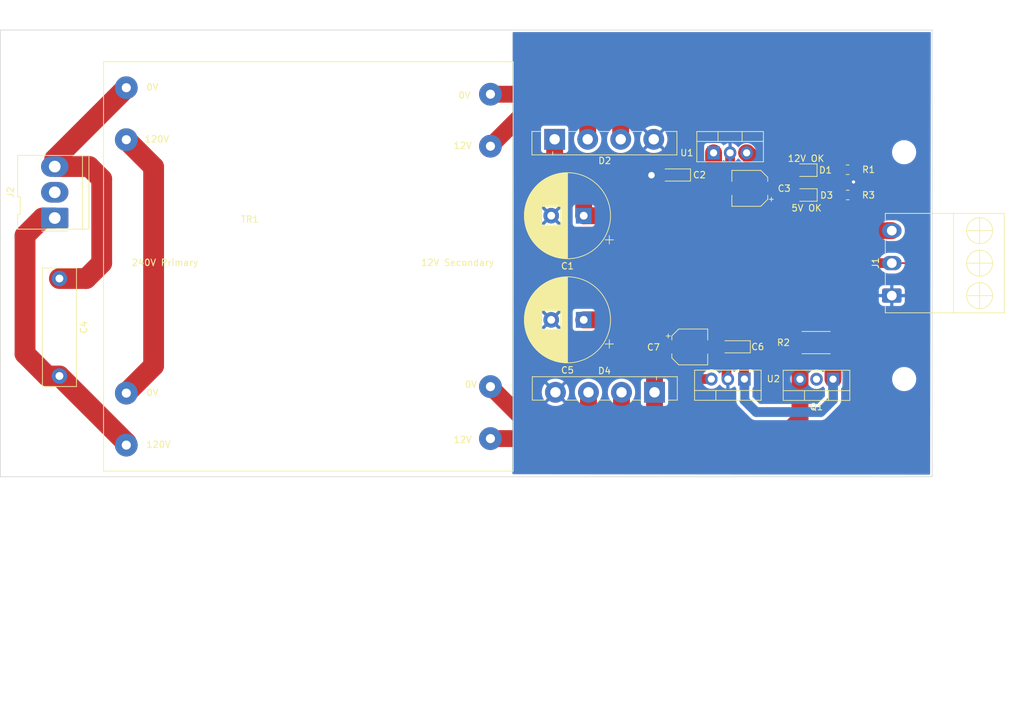
<source format=kicad_pcb>
(kicad_pcb (version 20221018) (generator pcbnew)
  (layers (0 "F.Cu" signal) (31 "B.Cu" signal) (34 "B.Paste" user) (35 "F.Paste" user) (36 "B.SilkS" user "B.Silkscreen") (37 "F.SilkS" user "F.Silkscreen") (38 "B.Mask" user) (39 "F.Mask" user) (44 "Edge.Cuts" user))
  (net 0 "")
  (net 1 "Net-(D1-K)")
  (net 2 "Net-(D2-+)")
  (net 3 "+12V")
  (net 4 "+5V")
  (net 5 "GNDA")
  (net 6 "Net-(D4-+)")
  (net 7 "Net-(Q1-B)")
  (net 8 "Net-(D2-Pad2)")
  (net 9 "Net-(D2-Pad3)")
  (net 10 "Net-(D3-K)")
  (net 11 "Net-(D4-Pad2)")
  (net 12 "Net-(D4-Pad3)")
  (net 13 "/Neutral")
  (net 15 "/Active")
  (net 16 "Net-(TR1-Pad2)")
  (footprint "MountingHole:MountingHole_3.2mm_M3" (layer "F.Cu") (at 51.84 132.71)
    (fp_text reference "REF**")
    (fp_text value "MountingHole_3.2mm_M3")
    (pad "" np_thru_hole circle (at 0 0) (size 3.2 3.2) (drill 3.2) (layers "F&B.Cu" "*.Mask"))
  )
  (footprint "MountingHole:MountingHole_3.2mm_M3" (layer "F.Cu") (at 186.99 86.55)
    (fp_text reference "REF**")
    (fp_text value "MountingHole_3.2mm_M3")
    (pad "" np_thru_hole circle (at 0 0) (size 3.2 3.2) (drill 3.2) (layers "F&B.Cu" "*.Mask"))
  )
  (footprint "Package_TO_SOT_THT:TO-220-3_Vertical" (layer "F.Cu") (at 162.43 121.46 180)
    (fp_text reference "U2" (at -4.46 0.03) (layer "F.SilkS"))
    (fp_text value "L7805")
    (pad "1" thru_hole rect (at 0 0 180) (size 1.905 2) (drill 1.1) (layers "*.Cu" "*.Mask") (net 7 "Net-(Q1-B)"))
    (pad "2" thru_hole oval (at 2.54 0 180) (size 1.905 2) (drill 1.1) (layers "*.Cu" "*.Mask") (net 5 "GNDA"))
    (pad "3" thru_hole oval (at 5.08 0 180) (size 1.905 2) (drill 1.1) (layers "*.Cu" "*.Mask") (net 4 "+5V"))
  )
  (footprint "Resistor_SMD:R_0805_2012Metric" (layer "F.Cu") (at 178.3 89.25)
    (fp_text reference "R1" (at 3.23 -0.02) (layer "F.SilkS"))
    (fp_text value "1k")
    (pad "1" smd roundrect (at -0.9125 0) (size 1.025 1.4) (layers "F.Cu" "F.Paste" "F.Mask") (roundrect_rratio 0.243902439) (net 1 "Net-(D1-K)"))
    (pad "2" smd roundrect (at 0.9125 0) (size 1.025 1.4) (layers "F.Cu" "F.Paste" "F.Mask") (roundrect_rratio 0.243902439) (net 5 "GNDA"))
  )
  (footprint "Capacitor_THT:CP_Radial_D13.0mm_P5.00mm" (layer "F.Cu") (at 137.72 112.35 180)
    (fp_text reference "C5" (at 2.5 -7.75) (layer "F.SilkS"))
    (fp_text value "1000u")
    (pad "1" thru_hole rect (at 0 0 180) (size 2.4 2.4) (drill 1.2) (layers "*.Cu" "*.Mask") (net 6 "Net-(D4-+)"))
    (pad "2" thru_hole circle (at 5 0 180) (size 2.4 2.4) (drill 1.2) (layers "*.Cu" "*.Mask") (net 5 "GNDA"))
  )
  (footprint "LED_SMD:LED_0805_2012Metric" (layer "F.Cu") (at 171.94 93.13 180)
    (fp_text reference "D3" (at -3.13 -0.05) (layer "F.SilkS"))
    (fp_text value "5V OK" (at -0.05 -2.02) (layer "F.SilkS"))
    (pad "1" smd roundrect (at -0.9375 0 180) (size 0.975 1.4) (layers "F.Cu" "F.Paste" "F.Mask") (net 10 "Net-(D3-K)"))
    (pad "2" smd roundrect (at 0.9375 0 180) (size 0.975 1.4) (layers "F.Cu" "F.Paste" "F.Mask") (net 4 "+5V"))
  )
  (footprint "Resistor_SMD:R_2512_6332Metric" (layer "F.Cu") (at 173.46 115.85)
    (fp_text reference "R2" (at -5.02 0) (layer "F.SilkS"))
    (fp_text value "3.3R 1W")
    (pad "1" smd roundrect (at -2.9625 0) (size 1.225 3.35) (layers "F.Cu" "F.Paste" "F.Mask") (roundrect_rratio 0.2040816327) (net 6 "Net-(D4-+)"))
    (pad "2" smd roundrect (at 2.9625 0) (size 1.225 3.35) (layers "F.Cu" "F.Paste" "F.Mask") (roundrect_rratio 0.2040816327) (net 7 "Net-(Q1-B)"))
  )
  (footprint "Capacitor_THT:CP_Radial_D13.0mm_P5.00mm" (layer "F.Cu") (at 137.72 96.32 180)
    (fp_text reference "C1" (at 2.5 -7.75) (layer "F.SilkS"))
    (fp_text value "1000u")
    (pad "1" thru_hole rect (at 0 0 180) (size 2.4 2.4) (drill 1.2) (layers "*.Cu" "*.Mask") (net 2 "Net-(D2-+)"))
    (pad "2" thru_hole circle (at 5 0 180) (size 2.4 2.4) (drill 1.2) (layers "*.Cu" "*.Mask") (net 5 "GNDA"))
  )
  (footprint "Package_TO_SOT_THT:TO-220-3_Vertical" (layer "F.Cu") (at 176.06 121.48 180)
    (fp_text reference "Q1" (at 2.54 -4.27) (layer "F.SilkS"))
    (fp_text value "TIP42C")
    (pad "1" thru_hole rect (at 0 0 180) (size 1.905 2) (drill 1.1) (layers "*.Cu" "*.Mask") (net 7 "Net-(Q1-B)"))
    (pad "2" thru_hole oval (at 2.54 0 180) (size 1.905 2) (drill 1.1) (layers "*.Cu" "*.Mask") (net 4 "+5V"))
    (pad "3" thru_hole oval (at 5.08 0 180) (size 1.905 2) (drill 1.1) (layers "*.Cu" "*.Mask") (net 6 "Net-(D4-+)"))
  )
  (footprint "Capacitor_SMD:CP_Elec_5x5.7" (layer "F.Cu") (at 154.03 116.52)
    (fp_text reference "C7" (at -5.58 0.04) (layer "F.SilkS"))
    (fp_text value "10u")
    (pad "1" smd roundrect (at -2.2 0) (size 3 1.6) (layers "F.Cu" "F.Paste" "F.Mask") (roundrect_rratio 0.15625) (net 4 "+5V"))
    (pad "2" smd roundrect (at 2.2 0) (size 3 1.6) (layers "F.Cu" "F.Paste" "F.Mask") (roundrect_rratio 0.15625) (net 5 "GNDA"))
  )
  (footprint "Capacitor_SMD:CP_Elec_5x5.7" (layer "F.Cu") (at 163.26 92.11 180)
    (fp_text reference "C3" (at -5.29 -0.02) (layer "F.SilkS"))
    (fp_text value "10u")
    (pad "1" smd roundrect (at -2.2 0 180) (size 3 1.6) (layers "F.Cu" "F.Paste" "F.Mask") (roundrect_rratio 0.15625) (net 3 "+12V"))
    (pad "2" smd roundrect (at 2.2 0 180) (size 3 1.6) (layers "F.Cu" "F.Paste" "F.Mask") (roundrect_rratio 0.15625) (net 5 "GNDA"))
  )
  (footprint "Capacitor_Tantalum_SMD:CP_EIA-3216-18_Kemet-A" (layer "F.Cu") (at 161.03 116.5 180)
    (fp_text reference "C6" (at -3.45 0) (layer "F.SilkS"))
    (fp_text value "220n Tant")
    (pad "1" smd roundrect (at -1.35 0 180) (size 1.4 1.35) (layers "F.Cu" "F.Paste" "F.Mask") (roundrect_rratio 0.1851851852) (net 7 "Net-(Q1-B)"))
    (pad "2" smd roundrect (at 1.35 0 180) (size 1.4 1.35) (layers "F.Cu" "F.Paste" "F.Mask") (roundrect_rratio 0.1851851852) (net 5 "GNDA"))
  )
  (footprint "LED_SMD:LED_0805_2012Metric" (layer "F.Cu") (at 171.92 89.32 180)
    (fp_text reference "D1" (at -2.98 0.01) (layer "F.SilkS"))
    (fp_text value "12V OK" (at 0.01 1.8) (layer "F.SilkS"))
    (pad "1" smd roundrect (at -0.9375 0 180) (size 0.975 1.4) (layers "F.Cu" "F.Paste" "F.Mask") (net 1 "Net-(D1-K)"))
    (pad "2" smd roundrect (at 0.9375 0 180) (size 0.975 1.4) (layers "F.Cu" "F.Paste" "F.Mask") (net 3 "+12V"))
  )
  (footprint "Resistor_SMD:R_0805_2012Metric" (layer "F.Cu") (at 178.32 93.13)
    (fp_text reference "R3" (at 3.19 0.03) (layer "F.SilkS"))
    (fp_text value "1k")
    (pad "1" smd roundrect (at -0.9125 0) (size 1.025 1.4) (layers "F.Cu" "F.Paste" "F.Mask") (roundrect_rratio 0.243902439) (net 10 "Net-(D3-K)"))
    (pad "2" smd roundrect (at 0.9125 0) (size 1.025 1.4) (layers "F.Cu" "F.Paste" "F.Mask") (roundrect_rratio 0.243902439) (net 5 "GNDA"))
  )
  (footprint "Package_TO_SOT_THT:TO-220-3_Vertical" (layer "F.Cu") (at 157.69 86.645)
    (fp_text reference "U1" (at -4.11 0.005) (layer "F.SilkS"))
    (fp_text value "L7812")
    (pad "1" thru_hole rect (at 0 0) (size 1.905 2) (drill 1.1) (layers "*.Cu" "*.Mask") (net 2 "Net-(D2-+)"))
    (pad "2" thru_hole oval (at 2.54 0) (size 1.905 2) (drill 1.1) (layers "*.Cu" "*.Mask") (net 5 "GNDA"))
    (pad "3" thru_hole oval (at 5.08 0) (size 1.905 2) (drill 1.1) (layers "*.Cu" "*.Mask") (net 3 "+12V"))
  )
  (footprint "MountingHole:MountingHole_3.2mm_M3" (layer "F.Cu") (at 51.83 71.61)
    (fp_text reference "REF**")
    (fp_text value "MountingHole_3.2mm_M3")
    (pad "" np_thru_hole circle (at 0 0) (size 3.2 3.2) (drill 3.2) (layers "F&B.Cu" "*.Mask"))
  )
  (footprint "LanaganV2:PowerTran M4624" (layer "F.Cu") (at 95.375 104.125)
    (fp_text reference "TR1" (at -9 -7.25 unlocked) (layer "F.SilkS"))
    (fp_text value "PowerTran M4624")
    (fp_text user "120V" (at -25.25 -19 unlocked) (layer "F.SilkS") (effects (justify left bottom)))
    (fp_text user "12V" (at 22.25 27.25 unlocked) (layer "F.SilkS") (effects (justify left bottom)))
    (fp_text user "120V" (at -25 28 unlocked) (layer "F.SilkS") (effects (justify left bottom)))
    (fp_text user "0V" (at -25 -27 unlocked) (layer "F.SilkS") (effects (justify left bottom)))
    (fp_text user "0V" (at -25 20 unlocked) (layer "F.SilkS") (effects (justify left bottom)))
    (fp_text user "0V" (at 24 18.75 unlocked) (layer "F.SilkS") (effects (justify left bottom)))
    (fp_text user "240V Primary" (at -27.25 0 unlocked) (layer "F.SilkS") (effects (justify left bottom)))
    (fp_text user "12V Secondary" (at 17.25 0 unlocked) (layer "F.SilkS") (effects (justify left bottom)))
    (fp_text user "0V" (at 23 -25.75 unlocked) (layer "F.SilkS") (effects (justify left bottom)))
    (fp_text user "12V" (at 22.25 -18 unlocked) (layer "F.SilkS") (effects (justify left bottom)))
    (pad "" np_thru_hole circle (at 0 0) (size 4 4) (drill 4) (layers "F&B.Cu" "*.Mask"))
    (pad "1" thru_hole circle (at -28 -27.5) (size 3.5 3.5) (drill 1.4) (layers "*.Cu" "*.Mask") (net 15 "/Active"))
    (pad "2" thru_hole circle (at -28 -19.5) (size 3.5 3.5) (drill 1.4) (layers "*.Cu" "*.Mask") (net 16 "Net-(TR1-Pad2)"))
    (pad "3" thru_hole circle (at -28 19.5) (size 3.5 3.5) (drill 1.4) (layers "*.Cu" "*.Mask") (net 16 "Net-(TR1-Pad2)"))
    (pad "4" thru_hole circle (at -28 27.5) (size 3.5 3.5) (drill 1.4) (layers "*.Cu" "*.Mask") (net 13 "/Neutral"))
    (pad "5" thru_hole circle (at 28 26.5) (size 3.5 3.5) (drill 1.4) (layers "*.Cu" "*.Mask") (net 11 "Net-(D4-Pad2)"))
    (pad "6" thru_hole circle (at 28 18.5) (size 3.5 3.5) (drill 1.4) (layers "*.Cu" "*.Mask") (net 12 "Net-(D4-Pad3)"))
    (pad "7" thru_hole circle (at 28 -18.5) (size 3.5 3.5) (drill 1.4) (layers "*.Cu" "*.Mask") (net 8 "Net-(D2-Pad2)"))
    (pad "8" thru_hole circle (at 28 -26.5) (size 3.5 3.5) (drill 1.4) (layers "*.Cu" "*.Mask") (net 9 "Net-(D2-Pad3)"))
  )
  (footprint "Capacitor_THT:C_Rect_L18.0mm_W5.0mm_P15.00mm_FKS3_FKP3" (layer "F.Cu") (at 57.09 105.99 -90)
    (fp_text reference "C4" (at 7.5 -3.75 90) (layer "F.SilkS"))
    (fp_text value "100n X2")
    (pad "1" thru_hole circle (at 0 0 270) (size 2.4 2.4) (drill 1.2) (layers "*.Cu" "*.Mask") (net 15 "/Active"))
    (pad "2" thru_hole circle (at 15 0 270) (size 2.4 2.4) (drill 1.2) (layers "*.Cu" "*.Mask") (net 13 "/Neutral"))
  )
  (footprint "Diode_THT:Diode_Bridge_Vishay_GBU" (layer "F.Cu") (at 133.25 84.56)
    (fp_text reference "D2" (at 7.7 3.3 180) (layer "F.SilkS"))
    (fp_text value "GBU808")
    (pad "1" thru_hole rect (at 0 0) (size 3.2 3.2) (drill 1.6) (layers "*.Cu" "*.Mask") (net 2 "Net-(D2-+)"))
    (pad "2" thru_hole circle (at 5.08 0) (size 3.2 3.2) (drill 1.6) (layers "*.Cu" "*.Mask") (net 8 "Net-(D2-Pad2)"))
    (pad "3" thru_hole circle (at 10.16 0) (size 3.2 3.2) (drill 1.6) (layers "*.Cu" "*.Mask") (net 9 "Net-(D2-Pad3)"))
    (pad "4" thru_hole circle (at 15.24 0) (size 3.2 3.2) (drill 1.6) (layers "*.Cu" "*.Mask") (net 5 "GNDA"))
  )
  (footprint "Capacitor_Tantalum_SMD:CP_EIA-3216-18_Kemet-A" (layer "F.Cu") (at 151.8375 90.06 180)
    (fp_text reference "C2" (at -3.68 0.01) (layer "F.SilkS"))
    (fp_text value "220n Tant")
    (pad "1" smd roundrect (at -1.35 0 180) (size 1.4 1.35) (layers "F.Cu" "F.Paste" "F.Mask") (roundrect_rratio 0.1851851852) (net 2 "Net-(D2-+)"))
    (pad "2" smd roundrect (at 1.35 0 180) (size 1.4 1.35) (layers "F.Cu" "F.Paste" "F.Mask") (roundrect_rratio 0.1851851852) (net 5 "GNDA"))
  )
  (footprint "Connector_Molex:Molex_KK-396_5273-03A_1x03_P3.96mm_Vertical" (layer "F.Cu") (at 56.37 96.68 90)
    (fp_text reference "J2" (at 3.96 -6.8 90) (layer "F.SilkS"))
    (fp_text value "240VAC")
    (pad "1" thru_hole roundrect (at 0 0 90) (size 3.16 4.2) (drill 1.8) (layers "*.Cu" "*.Mask") (roundrect_rratio 0.07911392405) (net 13 "/Neutral"))
    (pad "2" thru_hole oval (at 3.96 0 90) (size 3.16 4.2) (drill 1.8) (layers "*.Cu" "*.Mask"))
    (pad "3" thru_hole oval (at 7.92 0 90) (size 3.16 4.2) (drill 1.8) (layers "*.Cu" "*.Mask") (net 15 "/Active"))
  )
  (footprint "Diode_THT:Diode_Bridge_Vishay_GBU" (layer "F.Cu") (at 148.61 123.5 180)
    (fp_text reference "D4" (at 7.7 3.3) (layer "F.SilkS"))
    (fp_text value "GBU808")
    (pad "1" thru_hole rect (at 0 0 180) (size 3.2 3.2) (drill 1.6) (layers "*.Cu" "*.Mask") (net 6 "Net-(D4-+)"))
    (pad "2" thru_hole circle (at 5.08 0 180) (size 3.2 3.2) (drill 1.6) (layers "*.Cu" "*.Mask") (net 11 "Net-(D4-Pad2)"))
    (pad "3" thru_hole circle (at 10.16 0 180) (size 3.2 3.2) (drill 1.6) (layers "*.Cu" "*.Mask") (net 12 "Net-(D4-Pad3)"))
    (pad "4" thru_hole circle (at 15.24 0 180) (size 3.2 3.2) (drill 1.6) (layers "*.Cu" "*.Mask") (net 5 "GNDA"))
  )
  (footprint "MountingHole:MountingHole_3.2mm_M3" (layer "F.Cu") (at 187 121.46)
    (fp_text reference "REF**")
    (fp_text value "MountingHole_3.2mm_M3")
    (pad "" np_thru_hole circle (at 0 0) (size 3.2 3.2) (drill 3.2) (layers "F&B.Cu" "*.Mask"))
  )
  (footprint "LanaganV2:ScrewTermConnector 1x3" (layer "F.Cu") (at 185.1 108.62 90)
    (fp_text reference "J1" (at 5 -2.5 90) (layer "F.SilkS"))
    (fp_text value "DCOUT")
    (pad "1" thru_hole roundrect (at 0 0 90) (size 2.2 3) (drill 1.5) (layers "*.Cu" "*.Mask") (roundrect_rratio 0.1436781818) (net 5 "GNDA"))
    (pad "2" thru_hole oval (at 5 0 90) (size 2.2 3) (drill 1.5) (layers "*.Cu" "*.Mask") (net 4 "+5V"))
    (pad "3" thru_hole oval (at 10 0 90) (size 2.2 3) (drill 1.5) (layers "*.Cu" "*.Mask") (net 3 "+12V"))
  )
  (gr_line (start 191.3 136.5) (end 191.3 67.75) (stroke (width 0.1)) (layer "Edge.Cuts"))
  (gr_line (start 48 136.5) (end 191.3 136.5) (stroke (width 0.1)) (layer "Edge.Cuts"))
  (gr_line (start 48 67.75) (end 48 136.5) (stroke (width 0.1)) (layer "Edge.Cuts"))
  (gr_line (start 191.3 67.75) (end 48 67.75) (stroke (width 0.1)) (layer "Edge.Cuts"))
  (segment (start 177.3175 89.32) (end 177.3875 89.25) (width 0.5) (layer "F.Cu") (net 1))
  (segment (start 172.8575 89.32) (end 177.3175 89.32) (width 0.5) (layer "F.Cu") (net 1))
  (segment (start 157.69 86.645) (end 157.69 90.05) (width 2.6) (layer "F.Cu") (net 2))
  (segment (start 151.42 96.32) (end 137.72 96.32) (width 2.6) (layer "F.Cu") (net 2))
  (segment (start 153.1875 90.06) (end 157.68 90.06) (width 1.5) (layer "F.Cu") (net 2))
  (segment (start 133.25 88.42) (end 137.72 92.89) (width 2.6) (layer "F.Cu") (net 2))
  (segment (start 157.68 90.06) (end 157.69 90.05) (width 1.5) (layer "F.Cu") (net 2))
  (segment (start 133.25 84.56) (end 133.25 88.42) (width 2.6) (layer "F.Cu") (net 2))
  (segment (start 137.72 92.89) (end 137.72 96.32) (width 2.6) (layer "F.Cu") (net 2))
  (segment (start 157.69 90.05) (end 151.42 96.32) (width 2.6) (layer "F.Cu") (net 2))
  (segment (start 165.46 89.31) (end 165.46 92.11) (width 2.6) (layer "F.Cu") (net 3))
  (segment (start 168.29 98.62) (end 185.1 98.62) (width 2.6) (layer "F.Cu") (net 3))
  (segment (start 170.9825 89.32) (end 165.47 89.32) (width 0.5) (layer "F.Cu") (net 3))
  (segment (start 162.795 86.645) (end 165.46 89.31) (width 2.6) (layer "F.Cu") (net 3))
  (segment (start 165.46 95.79) (end 168.29 98.62) (width 2.6) (layer "F.Cu") (net 3))
  (segment (start 165.46 92.11) (end 165.46 95.79) (width 2.6) (layer "F.Cu") (net 3))
  (segment (start 162.77 86.645) (end 162.795 86.645) (width 2.6) (layer "F.Cu") (net 3))
  (segment (start 165.47 89.32) (end 165.46 89.31) (width 0.5) (layer "F.Cu") (net 3))
  (segment (start 171.0025 93.13) (end 173.4525 95.58) (width 0.25) (layer "F.Cu") (net 4))
  (segment (start 157.04 103.62) (end 185.1 103.62) (width 1.5) (layer "F.Cu") (net 4))
  (segment (start 151.83 108.83) (end 157.04 103.62) (width 1.5) (layer "F.Cu") (net 4))
  (segment (start 173.4525 95.58) (end 187.74 95.58) (width 0.25) (layer "F.Cu") (net 4))
  (segment (start 151.83 118.45) (end 151.83 116.52) (width 1.5) (layer "F.Cu") (net 4))
  (segment (start 187.7 103.62) (end 185.1 103.62) (width 0.25) (layer "F.Cu") (net 4))
  (segment (start 154.84 121.46) (end 151.83 118.45) (width 1.5) (layer "F.Cu") (net 4))
  (segment (start 157.35 121.46) (end 154.84 121.46) (width 1.5) (layer "F.Cu") (net 4))
  (segment (start 187.74 95.58) (end 189.11 96.95) (width 0.25) (layer "F.Cu") (net 4))
  (segment (start 151.83 116.52) (end 151.83 108.83) (width 1.5) (layer "F.Cu") (net 4))
  (segment (start 189.11 96.95) (end 189.11 102.21) (width 0.25) (layer "F.Cu") (net 4))
  (segment (start 189.11 102.21) (end 187.7 103.62) (width 0.25) (layer "F.Cu") (net 4))
  (segment (start 159.68 116.5) (end 159.68 121.25) (width 1.5) (layer "F.Cu") (net 5))
  (segment (start 179.2125 89.25) (end 179.2125 93.11) (width 0.5) (layer "F.Cu") (net 5))
  (segment (start 156.23 116.52) (end 159.66 116.52) (width 1.5) (layer "F.Cu") (net 5))
  (segment (start 179.2125 93.11) (end 179.2325 93.13) (width 0.5) (layer "F.Cu") (net 5))
  (segment (start 161.06 92.11) (end 160.23 91.28) (width 1.5) (layer "F.Cu") (net 5))
  (segment (start 160.23 91.28) (end 160.23 86.645) (width 1.5) (layer "F.Cu") (net 5))
  (segment (start 150.4875 90.06) (end 148.14 90.06) (width 1.5) (layer "F.Cu") (net 5))
  (segment (start 159.66 116.52) (end 159.68 116.5) (width 1.5) (layer "F.Cu") (net 5))
  (segment (start 148.14 90.06) (end 148.14 90.09) (width 1.5) (layer "F.Cu") (net 5))
  (segment (start 159.68 121.25) (end 159.89 121.46) (width 1.5) (layer "F.Cu") (net 5))
  (via (at 148.14 90.09) (size 2) (drill 1) (layers "F.Cu" "B.Cu") (net 5))
  (via (at 179.2125 91.13) (size 1.2) (drill 0.5) (layers "F.Cu" "B.Cu") (net 5))
  (segment (start 170.98 121.48) (end 170.98 116.3325) (width 2.6) (layer "F.Cu") (net 6))
  (segment (start 148.61 126.49) (end 152.49 130.37) (width 2.6) (layer "F.Cu") (net 6))
  (segment (start 170.98 116.3325) (end 170.4975 115.85) (width 2.6) (layer "F.Cu") (net 6))
  (segment (start 141.83 112.35) (end 148.61 119.13) (width 2.6) (layer "F.Cu") (net 6))
  (segment (start 148.61 123.5) (end 148.61 126.49) (width 2.6) (layer "F.Cu") (net 6))
  (segment (start 152.49 130.37) (end 168.23 130.37) (width 2.6) (layer "F.Cu") (net 6))
  (segment (start 168.23 130.37) (end 170.98 127.62) (width 2.6) (layer "F.Cu") (net 6))
  (segment (start 137.72 112.35) (end 141.83 112.35) (width 2.6) (layer "F.Cu") (net 6))
  (segment (start 148.61 119.13) (end 148.61 123.5) (width 2.6) (layer "F.Cu") (net 6))
  (segment (start 170.98 127.62) (end 170.98 121.48) (width 2.6) (layer "F.Cu") (net 6))
  (segment (start 162.38 116.5) (end 162.38 121.41) (width 1.5) (layer "F.Cu") (net 7))
  (segment (start 162.38 121.41) (end 162.43 121.46) (width 1.5) (layer "F.Cu") (net 7))
  (segment (start 176.06 121.48) (end 176.06 116.2125) (width 2.6) (layer "F.Cu") (net 7))
  (segment (start 176.06 116.2125) (end 176.4225 115.85) (width 2.6) (layer "F.Cu") (net 7))
  (segment (start 164.24 126.54) (end 174.17 126.54) (width 1.5) (layer "B.Cu") (net 7))
  (segment (start 162.43 124.73) (end 164.24 126.54) (width 1.5) (layer "B.Cu") (net 7))
  (segment (start 162.43 121.46) (end 162.43 124.73) (width 1.5) (layer "B.Cu") (net 7))
  (segment (start 174.17 126.54) (end 176.06 124.65) (width 1.5) (layer "B.Cu") (net 7))
  (segment (start 176.06 124.65) (end 176.06 121.48) (width 1.5) (layer "B.Cu") (net 7))
  (segment (start 136.662741 80.63) (end 128.37 80.63) (width 2.6) (layer "F.Cu") (net 8))
  (segment (start 128.37 80.63) (end 123.375 85.625) (width 2.6) (layer "F.Cu") (net 8))
  (segment (start 138.33 82.297259) (end 136.662741 80.63) (width 2.6) (layer "F.Cu") (net 8))
  (segment (start 138.33 84.56) (end 138.33 82.297259) (width 2.6) (layer "F.Cu") (net 8))
  (segment (start 123.375 77.625) (end 139.645 77.625) (width 2.6) (layer "F.Cu") (net 9))
  (segment (start 139.645 77.625) (end 143.41 81.39) (width 2.6) (layer "F.Cu") (net 9))
  (segment (start 143.41 81.39) (end 143.41 84.56) (width 2.6) (layer "F.Cu") (net 9))
  (segment (start 172.8775 93.13) (end 177.4075 93.13) (width 0.5) (layer "F.Cu") (net 10))
  (segment (start 143.53 128.37) (end 143.53 123.5) (width 2.6) (layer "F.Cu") (net 11))
  (segment (start 141.275 130.625) (end 143.53 128.37) (width 2.6) (layer "F.Cu") (net 11))
  (segment (start 123.375 130.625) (end 141.275 130.625) (width 2.6) (layer "F.Cu") (net 11))
  (segment (start 136.74 127.35) (end 138.45 125.64) (width 2.6) (layer "F.Cu") (net 12))
  (segment (start 123.375 122.625) (end 128.1 127.35) (width 2.6) (layer "F.Cu") (net 12))
  (segment (start 138.45 125.64) (end 138.45 123.5) (width 2.6) (layer "F.Cu") (net 12))
  (segment (start 128.1 127.35) (end 136.74 127.35) (width 2.6) (layer "F.Cu") (net 12))
  (segment (start 56.37 96.68) (end 54.5 96.68) (width 3.2) (layer "F.Cu") (net 13))
  (segment (start 67.375 131.625) (end 67.375 131.275) (width 3.2) (layer "F.Cu") (net 13))
  (segment (start 55.21 120.99) (end 57.09 120.99) (width 3.2) (layer "F.Cu") (net 13))
  (segment (start 54.5 96.68) (end 51.8 99.38) (width 3.2) (layer "F.Cu") (net 13))
  (segment (start 51.8 117.58) (end 55.21 120.99) (width 3.2) (layer "F.Cu") (net 13))
  (segment (start 51.8 99.38) (end 51.8 117.58) (width 3.2) (layer "F.Cu") (net 13))
  (segment (start 67.375 131.275) (end 57.09 120.99) (width 3.2) (layer "F.Cu") (net 13))
  (segment (start 63.59 103.61) (end 63.59 90.68) (width 3.2) (layer "F.Cu") (net 15))
  (segment (start 67.375 76.625) (end 56.37 87.63) (width 3.2) (layer "F.Cu") (net 15))
  (segment (start 57.09 105.99) (end 61.21 105.99) (width 3.2) (layer "F.Cu") (net 15))
  (segment (start 61.67 88.76) (end 56.37 88.76) (width 3.2) (layer "F.Cu") (net 15))
  (segment (start 56.37 87.63) (end 56.37 88.76) (width 3.2) (layer "F.Cu") (net 15))
  (segment (start 61.21 105.99) (end 63.59 103.61) (width 3.2) (layer "F.Cu") (net 15))
  (segment (start 63.59 90.68) (end 61.67 88.76) (width 3.2) (layer "F.Cu") (net 15))
  (segment (start 67.375 123.625) (end 71.575 119.425) (width 3.2) (layer "F.Cu") (net 16))
  (segment (start 71.575 119.425) (end 71.575 88.825) (width 3.2) (layer "F.Cu") (net 16))
  (segment (start 71.575 88.825) (end 67.375 84.625) (width 3.2) (layer "F.Cu") (net 16))
  (zone (net 5) (net_name "GNDA") (layer "B.Cu") (connect_pads (clearance 0.5)) (min_thickness 0.25) (fill yes (thermal_gap 0.5) (thermal_bridge_width 0.5))
    (polygon (pts (xy 126.79 68.06) (xy 126.75 136.11) (xy 190.99 136.17) (xy 191.1 68.06)))
  )
)
</source>
